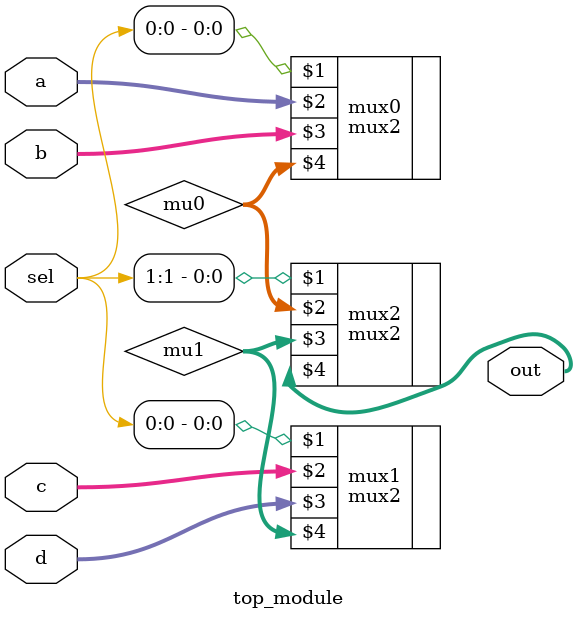
<source format=v>
module top_module (
    input [1:0] sel,
    input [7:0] a,
    input [7:0] b,
    input [7:0] c,
    input [7:0] d,
    output [7:0] out  ); 

    wire [7:0] mu0, mu1;
    mux2 mux0 ( sel[0],    a,    b, mu0 );
    mux2 mux1 ( sel[0],    c,    d, mu1 );
    mux2 mux2 ( sel[1], mu0, mu1, out );
endmodule

</source>
